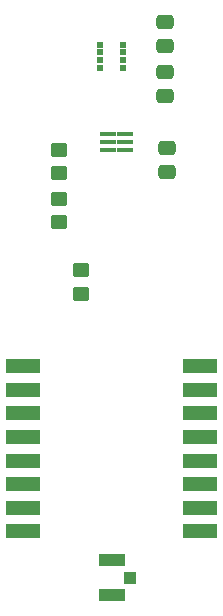
<source format=gbr>
%TF.GenerationSoftware,KiCad,Pcbnew,8.0.1*%
%TF.CreationDate,2024-03-27T22:20:37-06:00*%
%TF.ProjectId,weather-station-receiver,77656174-6865-4722-9d73-746174696f6e,rev?*%
%TF.SameCoordinates,Original*%
%TF.FileFunction,Paste,Top*%
%TF.FilePolarity,Positive*%
%FSLAX46Y46*%
G04 Gerber Fmt 4.6, Leading zero omitted, Abs format (unit mm)*
G04 Created by KiCad (PCBNEW 8.0.1) date 2024-03-27 22:20:37*
%MOMM*%
%LPD*%
G01*
G04 APERTURE LIST*
G04 Aperture macros list*
%AMRoundRect*
0 Rectangle with rounded corners*
0 $1 Rounding radius*
0 $2 $3 $4 $5 $6 $7 $8 $9 X,Y pos of 4 corners*
0 Add a 4 corners polygon primitive as box body*
4,1,4,$2,$3,$4,$5,$6,$7,$8,$9,$2,$3,0*
0 Add four circle primitives for the rounded corners*
1,1,$1+$1,$2,$3*
1,1,$1+$1,$4,$5*
1,1,$1+$1,$6,$7*
1,1,$1+$1,$8,$9*
0 Add four rect primitives between the rounded corners*
20,1,$1+$1,$2,$3,$4,$5,0*
20,1,$1+$1,$4,$5,$6,$7,0*
20,1,$1+$1,$6,$7,$8,$9,0*
20,1,$1+$1,$8,$9,$2,$3,0*%
G04 Aperture macros list end*
%ADD10RoundRect,0.250000X0.450000X-0.350000X0.450000X0.350000X-0.450000X0.350000X-0.450000X-0.350000X0*%
%ADD11RoundRect,0.250000X-0.450000X0.350000X-0.450000X-0.350000X0.450000X-0.350000X0.450000X0.350000X0*%
%ADD12RoundRect,0.250000X0.475000X-0.337500X0.475000X0.337500X-0.475000X0.337500X-0.475000X-0.337500X0*%
%ADD13RoundRect,0.250000X-0.475000X0.337500X-0.475000X-0.337500X0.475000X-0.337500X0.475000X0.337500X0*%
%ADD14R,3.000000X1.200000*%
%ADD15RoundRect,0.025600X-0.594400X-0.134400X0.594400X-0.134400X0.594400X0.134400X-0.594400X0.134400X0*%
%ADD16RoundRect,0.027000X0.218000X0.198000X-0.218000X0.198000X-0.218000X-0.198000X0.218000X-0.198000X0*%
%ADD17R,1.050000X1.000000*%
%ADD18R,2.200000X1.050000*%
G04 APERTURE END LIST*
D10*
%TO.C,R3*%
X157429200Y-94437200D03*
X157429200Y-92437200D03*
%TD*%
%TO.C,R2*%
X155549600Y-88360000D03*
X155549600Y-86360000D03*
%TD*%
D11*
%TO.C,R1*%
X155549600Y-82226400D03*
X155549600Y-84226400D03*
%TD*%
D12*
%TO.C,C3*%
X164490400Y-77694700D03*
X164490400Y-75619700D03*
%TD*%
D13*
%TO.C,C2*%
X164642800Y-82049800D03*
X164642800Y-84124800D03*
%TD*%
D12*
%TO.C,C1*%
X164490400Y-73478300D03*
X164490400Y-71403300D03*
%TD*%
D14*
%TO.C,U1*%
X152491000Y-100543600D03*
X152491000Y-102543600D03*
X152491000Y-104543600D03*
X152491000Y-106543600D03*
X152491000Y-108543600D03*
X152491000Y-110543600D03*
X152491000Y-112543600D03*
X152491000Y-114543600D03*
X167491000Y-114543600D03*
X167491000Y-112543600D03*
X167491000Y-110543600D03*
X167491000Y-108543600D03*
X167491000Y-106543600D03*
X167491000Y-104543600D03*
X167491000Y-102543600D03*
X167491000Y-100543600D03*
%TD*%
D15*
%TO.C,U3*%
X159647600Y-80934800D03*
X159647600Y-81584800D03*
X159647600Y-82234800D03*
X161137600Y-82234800D03*
X161137600Y-81584800D03*
X161137600Y-80934800D03*
%TD*%
D16*
%TO.C,U4*%
X159035900Y-75295400D03*
X159035900Y-74645400D03*
X159035900Y-73995400D03*
X159035900Y-73345400D03*
X160975900Y-73345400D03*
X160975900Y-73995400D03*
X160975900Y-74645400D03*
X160975900Y-75295400D03*
%TD*%
D17*
%TO.C,J1*%
X161584800Y-118465600D03*
D18*
X160059800Y-119940600D03*
X160059800Y-116990600D03*
%TD*%
M02*

</source>
